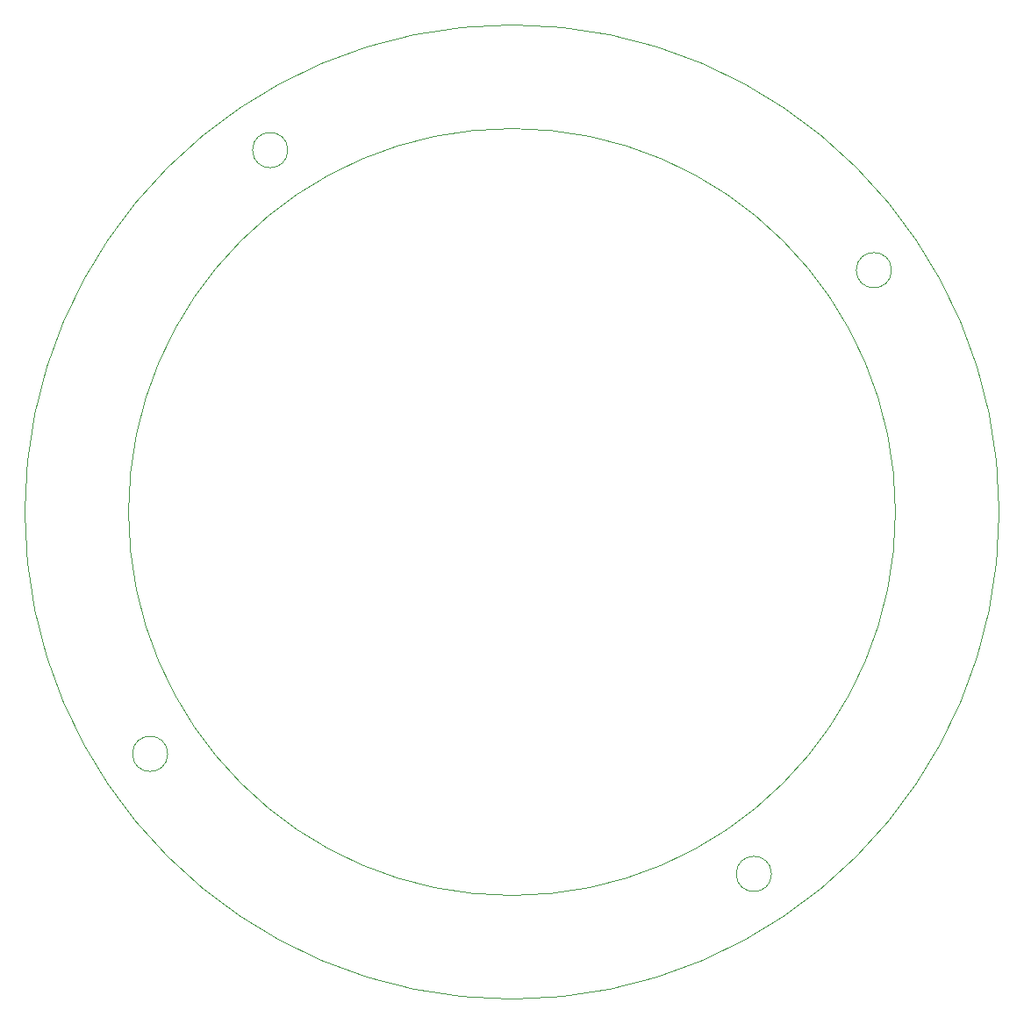
<source format=gbr>
%TF.GenerationSoftware,KiCad,Pcbnew,7.0.1*%
%TF.CreationDate,2024-02-10T23:33:58+09:00*%
%TF.ProjectId,LED_lighting_large,4c45445f-6c69-4676-9874-696e675f6c61,rev?*%
%TF.SameCoordinates,Original*%
%TF.FileFunction,Profile,NP*%
%FSLAX46Y46*%
G04 Gerber Fmt 4.6, Leading zero omitted, Abs format (unit mm)*
G04 Created by KiCad (PCBNEW 7.0.1) date 2024-02-10 23:33:58*
%MOMM*%
%LPD*%
G01*
G04 APERTURE LIST*
%TA.AperFunction,Profile*%
%ADD10C,0.100000*%
%TD*%
G04 APERTURE END LIST*
D10*
X-33221724Y-23333950D02*
G75*
G03*
X-33221724Y-23333950I-1700000J0D01*
G01*
X47000000Y0D02*
G75*
G03*
X47000000Y0I-47000000J0D01*
G01*
X36621724Y23333950D02*
G75*
G03*
X36621724Y23333950I-1700000J0D01*
G01*
X-21633950Y34921724D02*
G75*
G03*
X-21633950Y34921724I-1700000J0D01*
G01*
X25033950Y-34921724D02*
G75*
G03*
X25033950Y-34921724I-1700000J0D01*
G01*
X37000000Y0D02*
G75*
G03*
X37000000Y0I-37000000J0D01*
G01*
M02*

</source>
